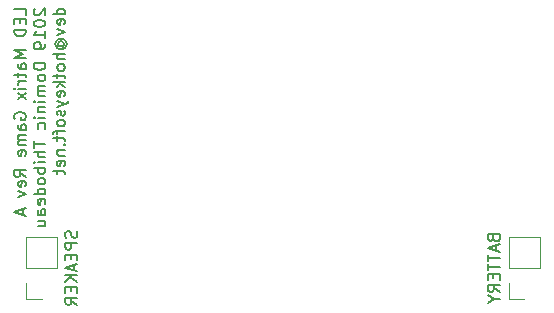
<source format=gbr>
G04 #@! TF.GenerationSoftware,KiCad,Pcbnew,(5.1.4)-1*
G04 #@! TF.CreationDate,2019-10-27T21:57:42-04:00*
G04 #@! TF.ProjectId,SplitSecondGame,53706c69-7453-4656-936f-6e6447616d65,A*
G04 #@! TF.SameCoordinates,Original*
G04 #@! TF.FileFunction,Legend,Bot*
G04 #@! TF.FilePolarity,Positive*
%FSLAX46Y46*%
G04 Gerber Fmt 4.6, Leading zero omitted, Abs format (unit mm)*
G04 Created by KiCad (PCBNEW (5.1.4)-1) date 2019-10-27 21:57:42*
%MOMM*%
%LPD*%
G04 APERTURE LIST*
%ADD10C,0.150000*%
%ADD11C,0.120000*%
G04 APERTURE END LIST*
D10*
X40712380Y-30656785D02*
X40712380Y-30180595D01*
X39712380Y-30180595D01*
X40188571Y-30990119D02*
X40188571Y-31323452D01*
X40712380Y-31466309D02*
X40712380Y-30990119D01*
X39712380Y-30990119D01*
X39712380Y-31466309D01*
X40712380Y-31894880D02*
X39712380Y-31894880D01*
X39712380Y-32132976D01*
X39760000Y-32275833D01*
X39855238Y-32371071D01*
X39950476Y-32418690D01*
X40140952Y-32466309D01*
X40283809Y-32466309D01*
X40474285Y-32418690D01*
X40569523Y-32371071D01*
X40664761Y-32275833D01*
X40712380Y-32132976D01*
X40712380Y-31894880D01*
X40712380Y-33656785D02*
X39712380Y-33656785D01*
X40426666Y-33990119D01*
X39712380Y-34323452D01*
X40712380Y-34323452D01*
X40712380Y-35228214D02*
X40188571Y-35228214D01*
X40093333Y-35180595D01*
X40045714Y-35085357D01*
X40045714Y-34894880D01*
X40093333Y-34799642D01*
X40664761Y-35228214D02*
X40712380Y-35132976D01*
X40712380Y-34894880D01*
X40664761Y-34799642D01*
X40569523Y-34752023D01*
X40474285Y-34752023D01*
X40379047Y-34799642D01*
X40331428Y-34894880D01*
X40331428Y-35132976D01*
X40283809Y-35228214D01*
X40045714Y-35561547D02*
X40045714Y-35942500D01*
X39712380Y-35704404D02*
X40569523Y-35704404D01*
X40664761Y-35752023D01*
X40712380Y-35847261D01*
X40712380Y-35942500D01*
X40712380Y-36275833D02*
X40045714Y-36275833D01*
X40236190Y-36275833D02*
X40140952Y-36323452D01*
X40093333Y-36371071D01*
X40045714Y-36466309D01*
X40045714Y-36561547D01*
X40712380Y-36894880D02*
X40045714Y-36894880D01*
X39712380Y-36894880D02*
X39760000Y-36847261D01*
X39807619Y-36894880D01*
X39760000Y-36942500D01*
X39712380Y-36894880D01*
X39807619Y-36894880D01*
X40712380Y-37275833D02*
X40045714Y-37799642D01*
X40045714Y-37275833D02*
X40712380Y-37799642D01*
X39760000Y-39466309D02*
X39712380Y-39371071D01*
X39712380Y-39228214D01*
X39760000Y-39085357D01*
X39855238Y-38990119D01*
X39950476Y-38942500D01*
X40140952Y-38894880D01*
X40283809Y-38894880D01*
X40474285Y-38942500D01*
X40569523Y-38990119D01*
X40664761Y-39085357D01*
X40712380Y-39228214D01*
X40712380Y-39323452D01*
X40664761Y-39466309D01*
X40617142Y-39513928D01*
X40283809Y-39513928D01*
X40283809Y-39323452D01*
X40712380Y-40371071D02*
X40188571Y-40371071D01*
X40093333Y-40323452D01*
X40045714Y-40228214D01*
X40045714Y-40037738D01*
X40093333Y-39942500D01*
X40664761Y-40371071D02*
X40712380Y-40275833D01*
X40712380Y-40037738D01*
X40664761Y-39942500D01*
X40569523Y-39894880D01*
X40474285Y-39894880D01*
X40379047Y-39942500D01*
X40331428Y-40037738D01*
X40331428Y-40275833D01*
X40283809Y-40371071D01*
X40712380Y-40847261D02*
X40045714Y-40847261D01*
X40140952Y-40847261D02*
X40093333Y-40894880D01*
X40045714Y-40990119D01*
X40045714Y-41132976D01*
X40093333Y-41228214D01*
X40188571Y-41275833D01*
X40712380Y-41275833D01*
X40188571Y-41275833D02*
X40093333Y-41323452D01*
X40045714Y-41418690D01*
X40045714Y-41561547D01*
X40093333Y-41656785D01*
X40188571Y-41704404D01*
X40712380Y-41704404D01*
X40664761Y-42561547D02*
X40712380Y-42466309D01*
X40712380Y-42275833D01*
X40664761Y-42180595D01*
X40569523Y-42132976D01*
X40188571Y-42132976D01*
X40093333Y-42180595D01*
X40045714Y-42275833D01*
X40045714Y-42466309D01*
X40093333Y-42561547D01*
X40188571Y-42609166D01*
X40283809Y-42609166D01*
X40379047Y-42132976D01*
X40712380Y-44371071D02*
X40236190Y-44037738D01*
X40712380Y-43799642D02*
X39712380Y-43799642D01*
X39712380Y-44180595D01*
X39760000Y-44275833D01*
X39807619Y-44323452D01*
X39902857Y-44371071D01*
X40045714Y-44371071D01*
X40140952Y-44323452D01*
X40188571Y-44275833D01*
X40236190Y-44180595D01*
X40236190Y-43799642D01*
X40664761Y-45180595D02*
X40712380Y-45085357D01*
X40712380Y-44894880D01*
X40664761Y-44799642D01*
X40569523Y-44752023D01*
X40188571Y-44752023D01*
X40093333Y-44799642D01*
X40045714Y-44894880D01*
X40045714Y-45085357D01*
X40093333Y-45180595D01*
X40188571Y-45228214D01*
X40283809Y-45228214D01*
X40379047Y-44752023D01*
X40045714Y-45561547D02*
X40712380Y-45799642D01*
X40045714Y-46037738D01*
X40426666Y-47132976D02*
X40426666Y-47609166D01*
X40712380Y-47037738D02*
X39712380Y-47371071D01*
X40712380Y-47704404D01*
X41457619Y-30132976D02*
X41410000Y-30180595D01*
X41362380Y-30275833D01*
X41362380Y-30513928D01*
X41410000Y-30609166D01*
X41457619Y-30656785D01*
X41552857Y-30704404D01*
X41648095Y-30704404D01*
X41790952Y-30656785D01*
X42362380Y-30085357D01*
X42362380Y-30704404D01*
X41362380Y-31323452D02*
X41362380Y-31418690D01*
X41410000Y-31513928D01*
X41457619Y-31561547D01*
X41552857Y-31609166D01*
X41743333Y-31656785D01*
X41981428Y-31656785D01*
X42171904Y-31609166D01*
X42267142Y-31561547D01*
X42314761Y-31513928D01*
X42362380Y-31418690D01*
X42362380Y-31323452D01*
X42314761Y-31228214D01*
X42267142Y-31180595D01*
X42171904Y-31132976D01*
X41981428Y-31085357D01*
X41743333Y-31085357D01*
X41552857Y-31132976D01*
X41457619Y-31180595D01*
X41410000Y-31228214D01*
X41362380Y-31323452D01*
X42362380Y-32609166D02*
X42362380Y-32037738D01*
X42362380Y-32323452D02*
X41362380Y-32323452D01*
X41505238Y-32228214D01*
X41600476Y-32132976D01*
X41648095Y-32037738D01*
X42362380Y-33085357D02*
X42362380Y-33275833D01*
X42314761Y-33371071D01*
X42267142Y-33418690D01*
X42124285Y-33513928D01*
X41933809Y-33561547D01*
X41552857Y-33561547D01*
X41457619Y-33513928D01*
X41410000Y-33466309D01*
X41362380Y-33371071D01*
X41362380Y-33180595D01*
X41410000Y-33085357D01*
X41457619Y-33037738D01*
X41552857Y-32990119D01*
X41790952Y-32990119D01*
X41886190Y-33037738D01*
X41933809Y-33085357D01*
X41981428Y-33180595D01*
X41981428Y-33371071D01*
X41933809Y-33466309D01*
X41886190Y-33513928D01*
X41790952Y-33561547D01*
X42362380Y-34752023D02*
X41362380Y-34752023D01*
X41362380Y-34990119D01*
X41410000Y-35132976D01*
X41505238Y-35228214D01*
X41600476Y-35275833D01*
X41790952Y-35323452D01*
X41933809Y-35323452D01*
X42124285Y-35275833D01*
X42219523Y-35228214D01*
X42314761Y-35132976D01*
X42362380Y-34990119D01*
X42362380Y-34752023D01*
X42362380Y-35894880D02*
X42314761Y-35799642D01*
X42267142Y-35752023D01*
X42171904Y-35704404D01*
X41886190Y-35704404D01*
X41790952Y-35752023D01*
X41743333Y-35799642D01*
X41695714Y-35894880D01*
X41695714Y-36037738D01*
X41743333Y-36132976D01*
X41790952Y-36180595D01*
X41886190Y-36228214D01*
X42171904Y-36228214D01*
X42267142Y-36180595D01*
X42314761Y-36132976D01*
X42362380Y-36037738D01*
X42362380Y-35894880D01*
X42362380Y-36656785D02*
X41695714Y-36656785D01*
X41790952Y-36656785D02*
X41743333Y-36704404D01*
X41695714Y-36799642D01*
X41695714Y-36942500D01*
X41743333Y-37037738D01*
X41838571Y-37085357D01*
X42362380Y-37085357D01*
X41838571Y-37085357D02*
X41743333Y-37132976D01*
X41695714Y-37228214D01*
X41695714Y-37371071D01*
X41743333Y-37466309D01*
X41838571Y-37513928D01*
X42362380Y-37513928D01*
X42362380Y-37990119D02*
X41695714Y-37990119D01*
X41362380Y-37990119D02*
X41410000Y-37942500D01*
X41457619Y-37990119D01*
X41410000Y-38037738D01*
X41362380Y-37990119D01*
X41457619Y-37990119D01*
X41695714Y-38466309D02*
X42362380Y-38466309D01*
X41790952Y-38466309D02*
X41743333Y-38513928D01*
X41695714Y-38609166D01*
X41695714Y-38752023D01*
X41743333Y-38847261D01*
X41838571Y-38894880D01*
X42362380Y-38894880D01*
X42362380Y-39371071D02*
X41695714Y-39371071D01*
X41362380Y-39371071D02*
X41410000Y-39323452D01*
X41457619Y-39371071D01*
X41410000Y-39418690D01*
X41362380Y-39371071D01*
X41457619Y-39371071D01*
X42314761Y-40275833D02*
X42362380Y-40180595D01*
X42362380Y-39990119D01*
X42314761Y-39894880D01*
X42267142Y-39847261D01*
X42171904Y-39799642D01*
X41886190Y-39799642D01*
X41790952Y-39847261D01*
X41743333Y-39894880D01*
X41695714Y-39990119D01*
X41695714Y-40180595D01*
X41743333Y-40275833D01*
X41362380Y-41323452D02*
X41362380Y-41894880D01*
X42362380Y-41609166D02*
X41362380Y-41609166D01*
X42362380Y-42228214D02*
X41362380Y-42228214D01*
X42362380Y-42656785D02*
X41838571Y-42656785D01*
X41743333Y-42609166D01*
X41695714Y-42513928D01*
X41695714Y-42371071D01*
X41743333Y-42275833D01*
X41790952Y-42228214D01*
X42362380Y-43132976D02*
X41695714Y-43132976D01*
X41362380Y-43132976D02*
X41410000Y-43085357D01*
X41457619Y-43132976D01*
X41410000Y-43180595D01*
X41362380Y-43132976D01*
X41457619Y-43132976D01*
X42362380Y-43609166D02*
X41362380Y-43609166D01*
X41743333Y-43609166D02*
X41695714Y-43704404D01*
X41695714Y-43894880D01*
X41743333Y-43990119D01*
X41790952Y-44037738D01*
X41886190Y-44085357D01*
X42171904Y-44085357D01*
X42267142Y-44037738D01*
X42314761Y-43990119D01*
X42362380Y-43894880D01*
X42362380Y-43704404D01*
X42314761Y-43609166D01*
X42362380Y-44656785D02*
X42314761Y-44561547D01*
X42267142Y-44513928D01*
X42171904Y-44466309D01*
X41886190Y-44466309D01*
X41790952Y-44513928D01*
X41743333Y-44561547D01*
X41695714Y-44656785D01*
X41695714Y-44799642D01*
X41743333Y-44894880D01*
X41790952Y-44942500D01*
X41886190Y-44990119D01*
X42171904Y-44990119D01*
X42267142Y-44942500D01*
X42314761Y-44894880D01*
X42362380Y-44799642D01*
X42362380Y-44656785D01*
X42362380Y-45847261D02*
X41362380Y-45847261D01*
X42314761Y-45847261D02*
X42362380Y-45752023D01*
X42362380Y-45561547D01*
X42314761Y-45466309D01*
X42267142Y-45418690D01*
X42171904Y-45371071D01*
X41886190Y-45371071D01*
X41790952Y-45418690D01*
X41743333Y-45466309D01*
X41695714Y-45561547D01*
X41695714Y-45752023D01*
X41743333Y-45847261D01*
X42314761Y-46704404D02*
X42362380Y-46609166D01*
X42362380Y-46418690D01*
X42314761Y-46323452D01*
X42219523Y-46275833D01*
X41838571Y-46275833D01*
X41743333Y-46323452D01*
X41695714Y-46418690D01*
X41695714Y-46609166D01*
X41743333Y-46704404D01*
X41838571Y-46752023D01*
X41933809Y-46752023D01*
X42029047Y-46275833D01*
X42362380Y-47609166D02*
X41838571Y-47609166D01*
X41743333Y-47561547D01*
X41695714Y-47466309D01*
X41695714Y-47275833D01*
X41743333Y-47180595D01*
X42314761Y-47609166D02*
X42362380Y-47513928D01*
X42362380Y-47275833D01*
X42314761Y-47180595D01*
X42219523Y-47132976D01*
X42124285Y-47132976D01*
X42029047Y-47180595D01*
X41981428Y-47275833D01*
X41981428Y-47513928D01*
X41933809Y-47609166D01*
X41695714Y-48513928D02*
X42362380Y-48513928D01*
X41695714Y-48085357D02*
X42219523Y-48085357D01*
X42314761Y-48132976D01*
X42362380Y-48228214D01*
X42362380Y-48371071D01*
X42314761Y-48466309D01*
X42267142Y-48513928D01*
X44012380Y-30609166D02*
X43012380Y-30609166D01*
X43964761Y-30609166D02*
X44012380Y-30513928D01*
X44012380Y-30323452D01*
X43964761Y-30228214D01*
X43917142Y-30180595D01*
X43821904Y-30132976D01*
X43536190Y-30132976D01*
X43440952Y-30180595D01*
X43393333Y-30228214D01*
X43345714Y-30323452D01*
X43345714Y-30513928D01*
X43393333Y-30609166D01*
X43964761Y-31466309D02*
X44012380Y-31371071D01*
X44012380Y-31180595D01*
X43964761Y-31085357D01*
X43869523Y-31037738D01*
X43488571Y-31037738D01*
X43393333Y-31085357D01*
X43345714Y-31180595D01*
X43345714Y-31371071D01*
X43393333Y-31466309D01*
X43488571Y-31513928D01*
X43583809Y-31513928D01*
X43679047Y-31037738D01*
X43345714Y-31847261D02*
X44012380Y-32085357D01*
X43345714Y-32323452D01*
X43536190Y-33323452D02*
X43488571Y-33275833D01*
X43440952Y-33180595D01*
X43440952Y-33085357D01*
X43488571Y-32990119D01*
X43536190Y-32942500D01*
X43631428Y-32894880D01*
X43726666Y-32894880D01*
X43821904Y-32942500D01*
X43869523Y-32990119D01*
X43917142Y-33085357D01*
X43917142Y-33180595D01*
X43869523Y-33275833D01*
X43821904Y-33323452D01*
X43440952Y-33323452D02*
X43821904Y-33323452D01*
X43869523Y-33371071D01*
X43869523Y-33418690D01*
X43821904Y-33513928D01*
X43726666Y-33561547D01*
X43488571Y-33561547D01*
X43345714Y-33466309D01*
X43250476Y-33323452D01*
X43202857Y-33132976D01*
X43250476Y-32942500D01*
X43345714Y-32799642D01*
X43488571Y-32704404D01*
X43679047Y-32656785D01*
X43869523Y-32704404D01*
X44012380Y-32799642D01*
X44107619Y-32942500D01*
X44155238Y-33132976D01*
X44107619Y-33323452D01*
X44012380Y-33466309D01*
X44012380Y-33990119D02*
X43012380Y-33990119D01*
X44012380Y-34418690D02*
X43488571Y-34418690D01*
X43393333Y-34371071D01*
X43345714Y-34275833D01*
X43345714Y-34132976D01*
X43393333Y-34037738D01*
X43440952Y-33990119D01*
X44012380Y-35037738D02*
X43964761Y-34942500D01*
X43917142Y-34894880D01*
X43821904Y-34847261D01*
X43536190Y-34847261D01*
X43440952Y-34894880D01*
X43393333Y-34942500D01*
X43345714Y-35037738D01*
X43345714Y-35180595D01*
X43393333Y-35275833D01*
X43440952Y-35323452D01*
X43536190Y-35371071D01*
X43821904Y-35371071D01*
X43917142Y-35323452D01*
X43964761Y-35275833D01*
X44012380Y-35180595D01*
X44012380Y-35037738D01*
X43345714Y-35656785D02*
X43345714Y-36037738D01*
X43012380Y-35799642D02*
X43869523Y-35799642D01*
X43964761Y-35847261D01*
X44012380Y-35942500D01*
X44012380Y-36037738D01*
X44012380Y-36371071D02*
X43012380Y-36371071D01*
X43631428Y-36466309D02*
X44012380Y-36752023D01*
X43345714Y-36752023D02*
X43726666Y-36371071D01*
X43964761Y-37561547D02*
X44012380Y-37466309D01*
X44012380Y-37275833D01*
X43964761Y-37180595D01*
X43869523Y-37132976D01*
X43488571Y-37132976D01*
X43393333Y-37180595D01*
X43345714Y-37275833D01*
X43345714Y-37466309D01*
X43393333Y-37561547D01*
X43488571Y-37609166D01*
X43583809Y-37609166D01*
X43679047Y-37132976D01*
X43345714Y-37942500D02*
X44012380Y-38180595D01*
X43345714Y-38418690D02*
X44012380Y-38180595D01*
X44250476Y-38085357D01*
X44298095Y-38037738D01*
X44345714Y-37942500D01*
X43964761Y-38752023D02*
X44012380Y-38847261D01*
X44012380Y-39037738D01*
X43964761Y-39132976D01*
X43869523Y-39180595D01*
X43821904Y-39180595D01*
X43726666Y-39132976D01*
X43679047Y-39037738D01*
X43679047Y-38894880D01*
X43631428Y-38799642D01*
X43536190Y-38752023D01*
X43488571Y-38752023D01*
X43393333Y-38799642D01*
X43345714Y-38894880D01*
X43345714Y-39037738D01*
X43393333Y-39132976D01*
X44012380Y-39752023D02*
X43964761Y-39656785D01*
X43917142Y-39609166D01*
X43821904Y-39561547D01*
X43536190Y-39561547D01*
X43440952Y-39609166D01*
X43393333Y-39656785D01*
X43345714Y-39752023D01*
X43345714Y-39894880D01*
X43393333Y-39990119D01*
X43440952Y-40037738D01*
X43536190Y-40085357D01*
X43821904Y-40085357D01*
X43917142Y-40037738D01*
X43964761Y-39990119D01*
X44012380Y-39894880D01*
X44012380Y-39752023D01*
X43345714Y-40371071D02*
X43345714Y-40752023D01*
X44012380Y-40513928D02*
X43155238Y-40513928D01*
X43060000Y-40561547D01*
X43012380Y-40656785D01*
X43012380Y-40752023D01*
X43345714Y-40942500D02*
X43345714Y-41323452D01*
X43012380Y-41085357D02*
X43869523Y-41085357D01*
X43964761Y-41132976D01*
X44012380Y-41228214D01*
X44012380Y-41323452D01*
X43917142Y-41656785D02*
X43964761Y-41704404D01*
X44012380Y-41656785D01*
X43964761Y-41609166D01*
X43917142Y-41656785D01*
X44012380Y-41656785D01*
X43345714Y-42132976D02*
X44012380Y-42132976D01*
X43440952Y-42132976D02*
X43393333Y-42180595D01*
X43345714Y-42275833D01*
X43345714Y-42418690D01*
X43393333Y-42513928D01*
X43488571Y-42561547D01*
X44012380Y-42561547D01*
X43964761Y-43418690D02*
X44012380Y-43323452D01*
X44012380Y-43132976D01*
X43964761Y-43037738D01*
X43869523Y-42990119D01*
X43488571Y-42990119D01*
X43393333Y-43037738D01*
X43345714Y-43132976D01*
X43345714Y-43323452D01*
X43393333Y-43418690D01*
X43488571Y-43466309D01*
X43583809Y-43466309D01*
X43679047Y-42990119D01*
X43345714Y-43752023D02*
X43345714Y-44132976D01*
X43012380Y-43894880D02*
X43869523Y-43894880D01*
X43964761Y-43942500D01*
X44012380Y-44037738D01*
X44012380Y-44132976D01*
D11*
X40724000Y-54670000D02*
X42054000Y-54670000D01*
X40724000Y-53340000D02*
X40724000Y-54670000D01*
X40724000Y-52070000D02*
X43384000Y-52070000D01*
X43384000Y-52070000D02*
X43384000Y-49470000D01*
X40724000Y-52070000D02*
X40724000Y-49470000D01*
X40724000Y-49470000D02*
X43384000Y-49470000D01*
X81584000Y-54670000D02*
X82914000Y-54670000D01*
X81584000Y-53340000D02*
X81584000Y-54670000D01*
X81584000Y-52070000D02*
X84244000Y-52070000D01*
X84244000Y-52070000D02*
X84244000Y-49470000D01*
X81584000Y-52070000D02*
X81584000Y-49470000D01*
X81584000Y-49470000D02*
X84244000Y-49470000D01*
D10*
X44998761Y-48950952D02*
X45046380Y-49093809D01*
X45046380Y-49331904D01*
X44998761Y-49427142D01*
X44951142Y-49474761D01*
X44855904Y-49522380D01*
X44760666Y-49522380D01*
X44665428Y-49474761D01*
X44617809Y-49427142D01*
X44570190Y-49331904D01*
X44522571Y-49141428D01*
X44474952Y-49046190D01*
X44427333Y-48998571D01*
X44332095Y-48950952D01*
X44236857Y-48950952D01*
X44141619Y-48998571D01*
X44094000Y-49046190D01*
X44046380Y-49141428D01*
X44046380Y-49379523D01*
X44094000Y-49522380D01*
X45046380Y-49950952D02*
X44046380Y-49950952D01*
X44046380Y-50331904D01*
X44094000Y-50427142D01*
X44141619Y-50474761D01*
X44236857Y-50522380D01*
X44379714Y-50522380D01*
X44474952Y-50474761D01*
X44522571Y-50427142D01*
X44570190Y-50331904D01*
X44570190Y-49950952D01*
X44522571Y-50950952D02*
X44522571Y-51284285D01*
X45046380Y-51427142D02*
X45046380Y-50950952D01*
X44046380Y-50950952D01*
X44046380Y-51427142D01*
X44760666Y-51808095D02*
X44760666Y-52284285D01*
X45046380Y-51712857D02*
X44046380Y-52046190D01*
X45046380Y-52379523D01*
X45046380Y-52712857D02*
X44046380Y-52712857D01*
X45046380Y-53284285D02*
X44474952Y-52855714D01*
X44046380Y-53284285D02*
X44617809Y-52712857D01*
X44522571Y-53712857D02*
X44522571Y-54046190D01*
X45046380Y-54189047D02*
X45046380Y-53712857D01*
X44046380Y-53712857D01*
X44046380Y-54189047D01*
X45046380Y-55189047D02*
X44570190Y-54855714D01*
X45046380Y-54617619D02*
X44046380Y-54617619D01*
X44046380Y-54998571D01*
X44094000Y-55093809D01*
X44141619Y-55141428D01*
X44236857Y-55189047D01*
X44379714Y-55189047D01*
X44474952Y-55141428D01*
X44522571Y-55093809D01*
X44570190Y-54998571D01*
X44570190Y-54617619D01*
X80302571Y-49570000D02*
X80350190Y-49712857D01*
X80397809Y-49760476D01*
X80493047Y-49808095D01*
X80635904Y-49808095D01*
X80731142Y-49760476D01*
X80778761Y-49712857D01*
X80826380Y-49617619D01*
X80826380Y-49236666D01*
X79826380Y-49236666D01*
X79826380Y-49570000D01*
X79874000Y-49665238D01*
X79921619Y-49712857D01*
X80016857Y-49760476D01*
X80112095Y-49760476D01*
X80207333Y-49712857D01*
X80254952Y-49665238D01*
X80302571Y-49570000D01*
X80302571Y-49236666D01*
X80540666Y-50189047D02*
X80540666Y-50665238D01*
X80826380Y-50093809D02*
X79826380Y-50427142D01*
X80826380Y-50760476D01*
X79826380Y-50950952D02*
X79826380Y-51522380D01*
X80826380Y-51236666D02*
X79826380Y-51236666D01*
X79826380Y-51712857D02*
X79826380Y-52284285D01*
X80826380Y-51998571D02*
X79826380Y-51998571D01*
X80302571Y-52617619D02*
X80302571Y-52950952D01*
X80826380Y-53093809D02*
X80826380Y-52617619D01*
X79826380Y-52617619D01*
X79826380Y-53093809D01*
X80826380Y-54093809D02*
X80350190Y-53760476D01*
X80826380Y-53522380D02*
X79826380Y-53522380D01*
X79826380Y-53903333D01*
X79874000Y-53998571D01*
X79921619Y-54046190D01*
X80016857Y-54093809D01*
X80159714Y-54093809D01*
X80254952Y-54046190D01*
X80302571Y-53998571D01*
X80350190Y-53903333D01*
X80350190Y-53522380D01*
X80350190Y-54712857D02*
X80826380Y-54712857D01*
X79826380Y-54379523D02*
X80350190Y-54712857D01*
X79826380Y-55046190D01*
M02*

</source>
